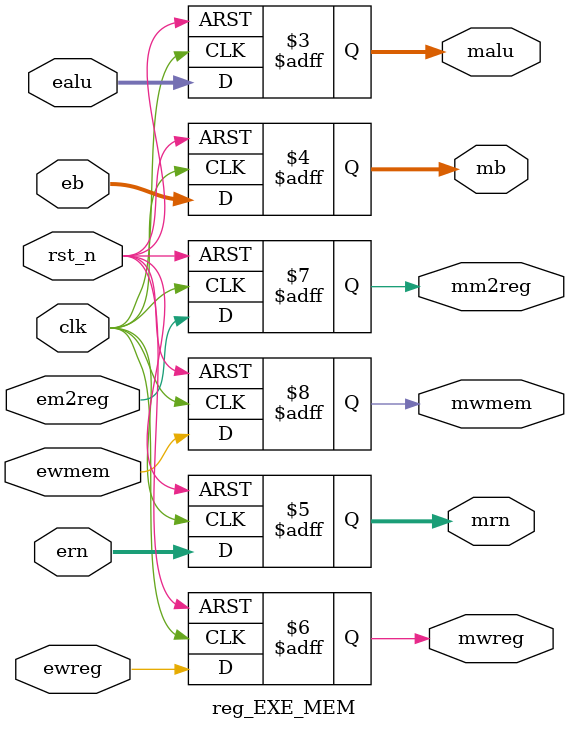
<source format=v>
`timescale 1ns / 1ps
module reg_EXE_MEM(
	input [31:0]ealu, eb,
	input [4:0]ern,
	input ewreg, em2reg, ewmem,
	input clk, rst_n,
	output reg [31:0]malu, mb,
	output reg [4:0]mrn,
	output reg mwreg, mm2reg, mwmem
);


always @ (posedge clk or negedge rst_n)
begin
	if(~rst_n)
	begin
		mwreg <= 0;
		mm2reg <= 0;
		mwmem <= 0;
		mwreg <= 0;
		malu <= 0;
		mb <= 0;
		mrn <= 0;
	end
	else
	begin
		mwreg <= ewreg;
		mm2reg <= em2reg;
		mwmem <= ewmem;
		malu <= ealu;
		mb <= eb;
		mrn <= ern;
	end
end

endmodule

</source>
